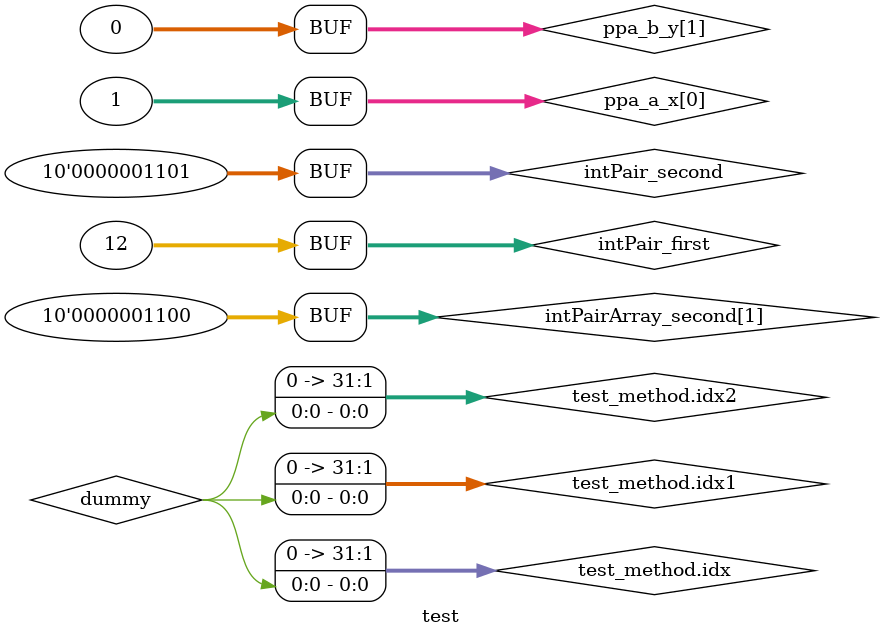
<source format=sv>

module test // "t"
(
);

// Variables generated for SystemC signals
logic dummy;

//------------------------------------------------------------------------------
// Method process: test_method (test_standard_collection.cpp:51:5) 

// Process-local variables
logic signed [31:0] intPair_first;
logic signed [9:0] intPair_second;
logic signed [31:0] intPairArray_first[2];
logic signed [9:0] intPairArray_second[2];
logic signed [31:0] mpa_x[2];
logic signed [31:0] mpa_y[2];
logic signed [31:0] ppa_a_x[2];
logic signed [31:0] ppa_a_y[2];
logic signed [31:0] ppa_b_x[2];
logic signed [31:0] ppa_b_y[2];

always_comb 
begin : test_method     // test_standard_collection.cpp:51:5
    integer idx;
    integer idx1;
    integer idx2;
    intPair_first = 12;
    intPair_second = 13;
    intPairArray_second[1] = 12;
    mpa_y[0] = mpa_x[0];
    mpa_y[1] = mpa_x[1];
    ppa_a_x[0] = 1;
    ppa_b_y[1] = 0;
    idx = dummy;
    idx1 = dummy;
    idx2 = dummy;
end

endmodule



</source>
